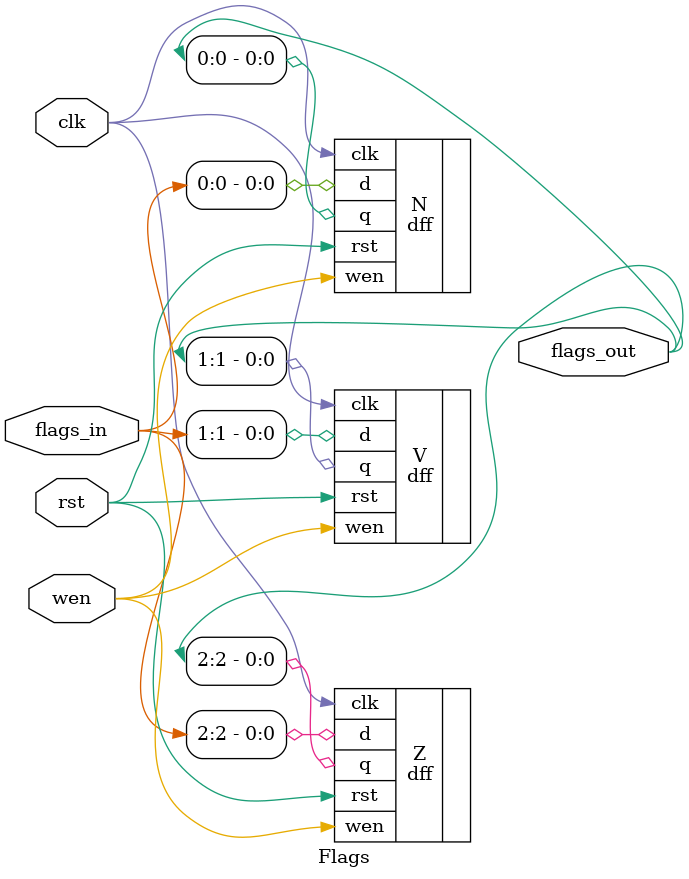
<source format=v>
module Flags(flags_out, clk, rst, wen, flags_in);

output [2:0] flags_out;
input clk; 
input rst; 
input wen; 
input [2:0] flags_in;

dff Z(.q(flags_out[2]), .d(flags_in[2]), .wen(wen), .clk(clk), .rst(rst));
dff V(.q(flags_out[1]), .d(flags_in[1]), .wen(wen), .clk(clk), .rst(rst));
dff N(.q(flags_out[0]), .d(flags_in[0]), .wen(wen), .clk(clk), .rst(rst));

endmodule

</source>
